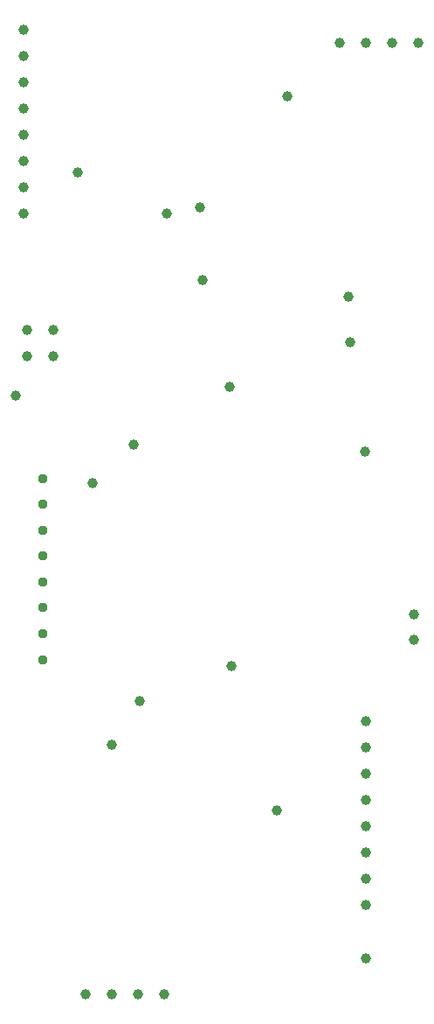
<source format=gbr>
%TF.GenerationSoftware,KiCad,Pcbnew,7.0.9*%
%TF.CreationDate,2023-11-15T19:03:59-05:00*%
%TF.ProjectId,SB2_ACOND_CONN,5342325f-4143-44f4-9e44-5f434f4e4e2e,rev?*%
%TF.SameCoordinates,Original*%
%TF.FileFunction,Plated,1,2,PTH,Drill*%
%TF.FilePolarity,Positive*%
%FSLAX46Y46*%
G04 Gerber Fmt 4.6, Leading zero omitted, Abs format (unit mm)*
G04 Created by KiCad (PCBNEW 7.0.9) date 2023-11-15 19:03:59*
%MOMM*%
%LPD*%
G01*
G04 APERTURE LIST*
%TA.AperFunction,ComponentDrill*%
%ADD10C,0.950000*%
%TD*%
%TA.AperFunction,ViaDrill*%
%ADD11C,1.000000*%
%TD*%
%TA.AperFunction,ComponentDrill*%
%ADD12C,1.000000*%
%TD*%
G04 APERTURE END LIST*
D10*
%TO.C,JH1*%
X55070000Y-71340000D03*
X55070000Y-73840000D03*
X55070000Y-76340000D03*
X55070000Y-78840000D03*
X55070000Y-81340000D03*
X55070000Y-83840000D03*
X55070000Y-86340000D03*
X55070000Y-88840000D03*
%TD*%
D11*
X52390000Y-63280000D03*
X58390000Y-41760000D03*
X59860000Y-71740000D03*
X61740000Y-97115200D03*
X63800000Y-68030000D03*
X64418900Y-92867100D03*
X67029800Y-45665900D03*
X70300000Y-45068900D03*
X70520000Y-52110000D03*
X73170000Y-62470000D03*
X73288100Y-89441900D03*
X77720000Y-103400000D03*
X78737800Y-34339700D03*
X84690000Y-53700000D03*
X84880500Y-58160000D03*
X86280000Y-68720000D03*
X86350000Y-117740000D03*
D12*
%TO.C,J5*%
X53150000Y-27900000D03*
X53150000Y-30440000D03*
X53150000Y-32980000D03*
X53150000Y-35520000D03*
X53150000Y-38060000D03*
X53150000Y-40600000D03*
X53150000Y-43140000D03*
X53150000Y-45680000D03*
%TO.C,J2*%
X53520000Y-56940000D03*
X53520000Y-59480000D03*
X56060000Y-56940000D03*
X56060000Y-59480000D03*
%TO.C,J6*%
X59200000Y-121240000D03*
X61740000Y-121240000D03*
X64280000Y-121240000D03*
X66820000Y-121240000D03*
%TO.C,J3*%
X83850000Y-29230000D03*
%TO.C,J4*%
X86350000Y-94770000D03*
X86350000Y-97310000D03*
X86350000Y-99850000D03*
X86350000Y-102390000D03*
X86350000Y-104930000D03*
X86350000Y-107470000D03*
X86350000Y-110010000D03*
X86350000Y-112550000D03*
%TO.C,J3*%
X86390000Y-29230000D03*
X88930000Y-29230000D03*
%TO.C,J1*%
X91020000Y-84460000D03*
X91020000Y-86960000D03*
%TO.C,J3*%
X91470000Y-29230000D03*
M02*

</source>
